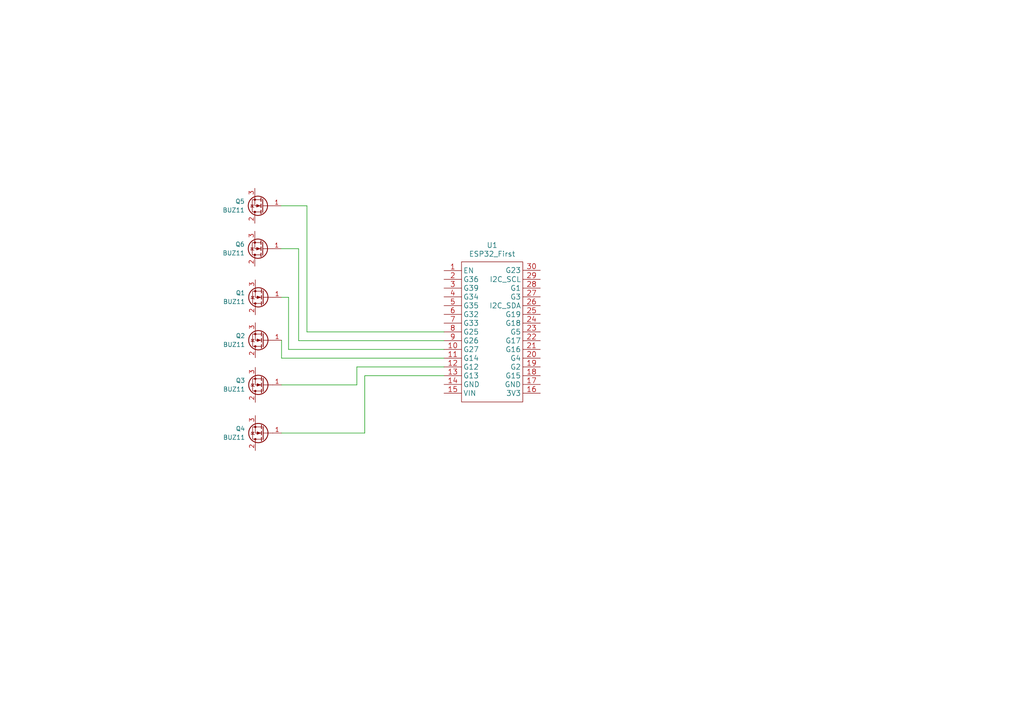
<source format=kicad_sch>
(kicad_sch (version 20230121) (generator eeschema)
  (paper "A4")
  (lib_symbols
    (symbol "Custom:ESP32_First"
      (property "Reference" "U" (at 7.08 4.09 0))
      (property "Value" "ESP32_First" (at 13.97 -39.37 0))
      (symbol "ESP32_First_0_1"
        (rectangle (start 5.08 2.54) (end 22.86 -38.1))
      )
      (symbol "ESP32_First_1_0"
        (pin input line (at 0 0 0) (length 5.08) (name "EN") (number "1"))
      )
      (symbol "ESP32_First_1_1"
        (pin input line (at 0 -22.86 0) (length 5.08) (name "G27") (number "10"))
        (pin input line (at 0 -25.4 0) (length 5.08) (name "G14") (number "11"))
        (pin input line (at 0 -27.94 0) (length 5.08) (name "G12") (number "12"))
        (pin input line (at 0 -30.48 0) (length 5.08) (name "G13") (number "13"))
        (pin input line (at 0 -33.02 0) (length 5.08) (name "GND") (number "14"))
        (pin input line (at 0 -35.56 0) (length 5.08) (name "VIN") (number "15"))
        (pin input line (at 27.94 -35.56 180) (length 5.08) (name "3V3") (number "16"))
        (pin input line (at 27.94 -33.02 180) (length 5.08) (name "GND") (number "17"))
        (pin input line (at 27.94 -30.48 180) (length 5.08) (name "G15") (number "18"))
        (pin input line (at 27.94 -27.94 180) (length 5.08) (name "G2") (number "19"))
        (pin input line (at 0 -2.54 0) (length 5.08) (name "G36") (number "2"))
        (pin input line (at 27.94 -25.4 180) (length 5.08) (name "G4") (number "20"))
        (pin input line (at 27.94 -22.86 180) (length 5.08) (name "G16") (number "21"))
        (pin input line (at 27.94 -20.32 180) (length 5.08) (name "G17") (number "22"))
        (pin input line (at 27.94 -17.78 180) (length 5.08) (name "G5") (number "23"))
        (pin input line (at 27.94 -15.24 180) (length 5.08) (name "G18") (number "24"))
        (pin input line (at 27.94 -12.7 180) (length 5.08) (name "G19") (number "25"))
        (pin input line (at 27.94 -10.16 180) (length 5.08) (name "I2C_SDA") (number "26"))
        (pin input line (at 27.94 -7.62 180) (length 5.08) (name "G3") (number "27"))
        (pin input line (at 27.94 -5.08 180) (length 5.08) (name "G1") (number "28"))
        (pin input line (at 27.94 -2.54 180) (length 5.08) (name "I2C_SCL") (number "29"))
        (pin input line (at 0 -5.08 0) (length 5.08) (name "G39") (number "3"))
        (pin input line (at 27.94 0.09 180) (length 5.08) (name "G23") (number "30"))
        (pin input line (at 0 -7.62 0) (length 5.08) (name "G34") (number "4"))
        (pin input line (at 0 -10.16 0) (length 5.08) (name "G35") (number "5"))
        (pin input line (at 0 -12.7 0) (length 5.08) (name "G32") (number "6"))
        (pin input line (at 0 -15.24 0) (length 5.08) (name "G33") (number "7"))
        (pin input line (at 0 -17.78 0) (length 5.08) (name "G25") (number "8"))
        (pin input line (at 0 -20.32 0) (length 5.08) (name "G26") (number "9"))
      )
    )
    (symbol "Transistor_FET:BUZ11" (pin_names hide)
      (property "Reference" "Q" (at 6.35 1.905 0))
      (property "Value" "BUZ11" (at 6.35 0 0))
      (symbol "BUZ11_0_1"
        (polyline (pts (xy 0.254 0) (xy -2.54 0)))
        (polyline (pts (xy 0.254 1.905) (xy 0.254 -1.905)) (stroke (width 0.254)))
        (polyline (pts (xy 0.762 -1.27) (xy 0.762 -2.286)) (stroke (width 0.254)))
        (polyline (pts (xy 0.762 0.508) (xy 0.762 -0.508)) (stroke (width 0.254)))
        (polyline (pts (xy 0.762 2.286) (xy 0.762 1.27)) (stroke (width 0.254)))
        (polyline (pts (xy 2.54 2.54) (xy 2.54 1.778)))
        (polyline (pts (xy 2.54 -2.54) (xy 2.54 0) (xy 0.762 0)))
        (polyline (pts (xy 0.762 -1.778) (xy 3.302 -1.778) (xy 3.302 1.778) (xy 0.762 1.778)))
        (polyline (pts (xy 1.016 0) (xy 2.032 0.381) (xy 2.032 -0.381) (xy 1.016 0)) (fill (type outline)))
        (polyline (pts (xy 2.794 0.508) (xy 2.921 0.381) (xy 3.683 0.381) (xy 3.81 0.254)))
        (polyline (pts (xy 3.302 0.381) (xy 2.921 -0.254) (xy 3.683 -0.254) (xy 3.302 0.381)))
        (circle (center 1.651 0) (radius 2.794) (stroke (width 0.254)))
        (circle (center 2.54 -1.778) (radius 0.254) (fill (type outline)))
        (circle (center 2.54 1.778) (radius 0.254) (fill (type outline)))
      )
      (symbol "BUZ11_1_1"
        (pin input line (at -5.08 0 0) (length 2.54) (name "G") (number "1"))
        (pin passive line (at 2.54 5.08 270) (length 2.54) (name "D") (number "2"))
        (pin passive line (at 2.54 -5.08 90) (length 2.54) (name "S") (number "3"))
      )
    )
  )
  (wire (pts (xy 81.661 125.603) (xy 105.791 125.603)))
  (wire (pts (xy 128.778 108.966) (xy 105.791 108.966)))
  (wire (pts (xy 105.791 108.966) (xy 105.791 125.603)))
  (wire (pts (xy 128.778 96.266) (xy 89.027 96.266)))
  (wire (pts (xy 81.661 103.886) (xy 81.661 98.679)))
  (wire (pts (xy 81.661 86.233) (xy 83.693 86.233)))
  (wire (pts (xy 128.778 98.806) (xy 86.614 98.806)))
  (wire (pts (xy 86.614 72.136) (xy 81.534 72.136)))
  (wire (pts (xy 83.693 101.346) (xy 128.778 101.346)))
  (wire (pts (xy 86.614 98.806) (xy 86.614 72.136)))
  (wire (pts (xy 83.693 86.233) (xy 83.693 101.346)))
  (wire (pts (xy 103.505 111.633) (xy 103.505 106.426)))
  (wire (pts (xy 128.778 103.886) (xy 81.661 103.886)))
  (wire (pts (xy 89.027 96.266) (xy 89.027 59.69)))
  (wire (pts (xy 103.505 106.426) (xy 128.778 106.426)))
  (wire (pts (xy 81.534 59.69) (xy 89.027 59.69)))
  (wire (pts (xy 81.661 111.633) (xy 103.505 111.633)))
  (symbol (lib_id "Transistor_FET:BUZ11") (at 76.581 98.679 180) (unit 1)
    (property "Reference" "Q2" (at 71.12 97.409 0) (effects (justify left)))
    (property "Value" "BUZ11" (at 71.12 99.949 0) (effects (justify left)))
    (property "Footprint" "Package_TO_SOT_THT:TO-220-3_Vertical" (effects hide))
    (property "Datasheet" "https://media.digikey.com/pdf/Data%20Sheets/Fairchild%20PDFs/BUZ11.pdf" (effects hide))
  )
  (symbol (lib_id "Transistor_FET:BUZ11") (at 76.454 59.69 180) (unit 1)
    (property "Reference" "Q5" (at 70.993 58.42 0) (effects (justify left)))
    (property "Value" "BUZ11" (at 70.993 60.96 0) (effects (justify left)))
    (property "Footprint" "Package_TO_SOT_THT:TO-220-3_Vertical" (effects hide))
    (property "Datasheet" "https://media.digikey.com/pdf/Data%20Sheets/Fairchild%20PDFs/BUZ11.pdf" (effects hide))
  )
  (symbol (lib_id "Transistor_FET:BUZ11") (at 76.581 125.603 180) (unit 1)
    (property "Reference" "Q4" (at 71.12 124.333 0) (effects (justify left)))
    (property "Value" "BUZ11" (at 71.12 126.873 0) (effects (justify left)))
    (property "Footprint" "Package_TO_SOT_THT:TO-220-3_Vertical" (effects hide))
    (property "Datasheet" "https://media.digikey.com/pdf/Data%20Sheets/Fairchild%20PDFs/BUZ11.pdf" (effects hide))
  )
  (symbol (lib_id "Transistor_FET:BUZ11") (at 76.454 72.136 180) (unit 1)
    (property "Reference" "Q6" (at 70.993 70.866 0) (effects (justify left)))
    (property "Value" "BUZ11" (at 70.993 73.406 0) (effects (justify left)))
    (property "Footprint" "Package_TO_SOT_THT:TO-220-3_Vertical" (effects hide))
    (property "Datasheet" "https://media.digikey.com/pdf/Data%20Sheets/Fairchild%20PDFs/BUZ11.pdf" (effects hide))
  )
  (symbol (lib_id "Transistor_FET:BUZ11") (at 76.581 86.233 180) (unit 1)
    (property "Reference" "Q1" (at 71.12 84.963 0) (effects (justify left)))
    (property "Value" "BUZ11" (at 71.12 87.503 0) (effects (justify left)))
    (property "Footprint" "Package_TO_SOT_THT:TO-220-3_Vertical" (effects hide))
    (property "Datasheet" "https://media.digikey.com/pdf/Data%20Sheets/Fairchild%20PDFs/BUZ11.pdf" (effects hide))
  )
  (symbol (lib_id "Transistor_FET:BUZ11") (at 76.581 111.633 180) (unit 1)
    (property "Reference" "Q3" (at 71.12 110.363 0) (effects (justify left)))
    (property "Value" "BUZ11" (at 71.12 112.903 0) (effects (justify left)))
    (property "Footprint" "Package_TO_SOT_THT:TO-220-3_Vertical" (effects hide))
    (property "Datasheet" "https://media.digikey.com/pdf/Data%20Sheets/Fairchild%20PDFs/BUZ11.pdf" (effects hide))
  )
  (symbol (lib_id "Custom:ESP32_First") (at 128.778 78.486 0) (unit 1)
    (property "Reference" "U1" (at 142.748 71.12 0) (effects (font (size 1.5 1.5))))
    (property "Value" "ESP32_First" (at 142.748 73.66 0) (effects (font (size 1.5 1.5))))
  )
)
</source>
